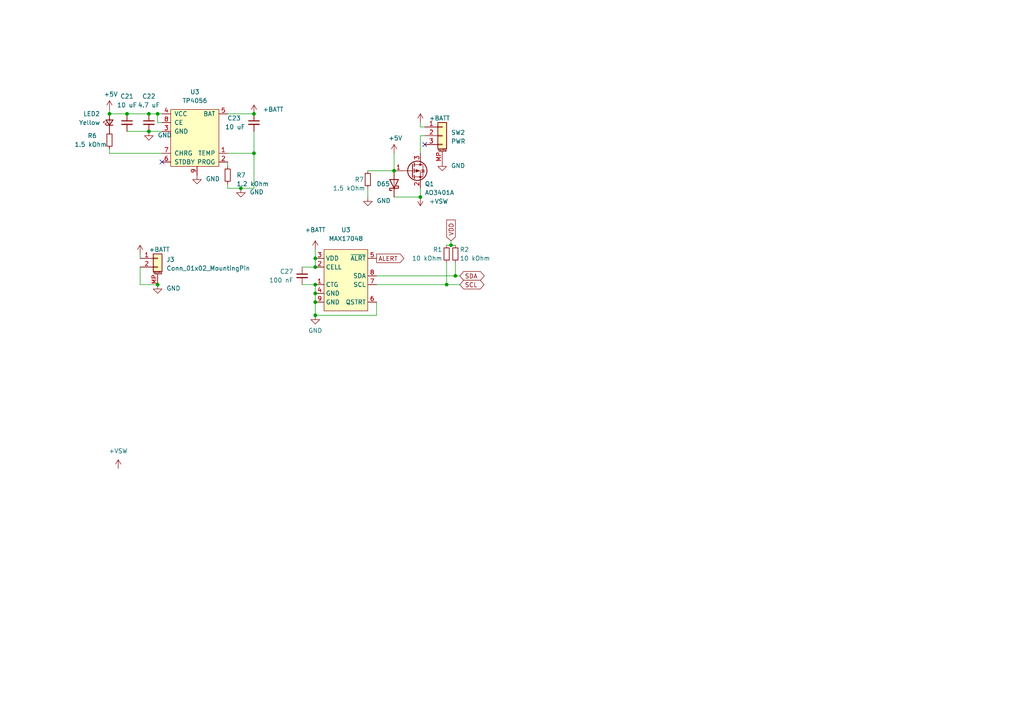
<source format=kicad_sch>
(kicad_sch (version 20230121) (generator eeschema)
  (paper "A4")
  (lib_symbols
    (symbol "Connector_Generic_MountingPin:Conn_01x02_MountingPin" (pin_names (offset 1.016) hide)
      (property "Reference" "J" (at 0 2.54 0))
      (property "Value" "Conn_01x02_MountingPin" (at 1.27 -5.08 0))
      (symbol "Conn_01x02_MountingPin_1_1"
        (rectangle (start -1.27 -2.413) (end 0 -2.667) (stroke (width 0.1524)))
        (rectangle (start -1.27 0.127) (end 0 -0.127) (stroke (width 0.1524)))
        (rectangle (start -1.27 1.27) (end 1.27 -3.81) (stroke (width 0.254)) (fill (type background)))
        (polyline (pts (xy -1.016 -4.572) (xy 1.016 -4.572)) (stroke (width 0.1524)))
        (text "Mounting" (at 0 -4.191 0) (effects (font (size 0.381 0.381))))
        (pin passive line (at -5.08 0 0) (length 3.81) (name "Pin_1") (number "1"))
        (pin passive line (at -5.08 -2.54 0) (length 3.81) (name "Pin_2") (number "2"))
        (pin passive line (at 0 -7.62 90) (length 3.048) (name "MountPin") (number "MP"))
      )
    )
    (symbol "Connector_Generic_MountingPin:Conn_01x03_MountingPin" (pin_names (offset 1.016) hide)
      (property "Reference" "J" (at 0 5.08 0))
      (property "Value" "Conn_01x03_MountingPin" (at 1.27 -5.08 0))
      (symbol "Conn_01x03_MountingPin_1_1"
        (rectangle (start -1.27 -2.413) (end 0 -2.667) (stroke (width 0.1524)))
        (rectangle (start -1.27 0.127) (end 0 -0.127) (stroke (width 0.1524)))
        (rectangle (start -1.27 2.667) (end 0 2.413) (stroke (width 0.1524)))
        (rectangle (start -1.27 3.81) (end 1.27 -3.81) (stroke (width 0.254)) (fill (type background)))
        (polyline (pts (xy -1.016 -4.572) (xy 1.016 -4.572)) (stroke (width 0.1524)))
        (text "Mounting" (at 0 -4.191 0) (effects (font (size 0.381 0.381))))
        (pin passive line (at -5.08 2.54 0) (length 3.81) (name "Pin_1") (number "1"))
        (pin passive line (at -5.08 0 0) (length 3.81) (name "Pin_2") (number "2"))
        (pin passive line (at -5.08 -2.54 0) (length 3.81) (name "Pin_3") (number "3"))
        (pin passive line (at 0 -7.62 90) (length 3.048) (name "MountPin") (number "MP"))
      )
    )
    (symbol "Device:C_Small" (pin_numbers hide) (pin_names (offset 0.254) hide)
      (property "Reference" "C" (at 0.254 1.778 0))
      (property "Value" "C_Small" (at 0.254 -2.032 0))
      (symbol "C_Small_0_1"
        (polyline (pts (xy -1.524 -0.508) (xy 1.524 -0.508)) (stroke (width 0.3302)))
        (polyline (pts (xy -1.524 0.508) (xy 1.524 0.508)) (stroke (width 0.3048)))
      )
      (symbol "C_Small_1_1"
        (pin passive line (at 0 2.54 270) (length 2.032) (name "~") (number "1"))
        (pin passive line (at 0 -2.54 90) (length 2.032) (name "~") (number "2"))
      )
    )
    (symbol "Device:D_Schottky" (pin_numbers hide) (pin_names (offset 1.016) hide)
      (property "Reference" "D" (at 0 2.54 0))
      (property "Value" "D_Schottky" (at 0 -2.54 0))
      (symbol "D_Schottky_0_1"
        (polyline (pts (xy 1.27 0) (xy -1.27 0)))
        (polyline (pts (xy 1.27 1.27) (xy 1.27 -1.27) (xy -1.27 0) (xy 1.27 1.27)) (stroke (width 0.254)))
        (polyline (pts (xy -1.905 0.635) (xy -1.905 1.27) (xy -1.27 1.27) (xy -1.27 -1.27) (xy -0.635 -1.27) (xy -0.635 -0.635)) (stroke (width 0.254)))
      )
      (symbol "D_Schottky_1_1"
        (pin passive line (at -3.81 0 0) (length 2.54) (name "K") (number "1"))
        (pin passive line (at 3.81 0 180) (length 2.54) (name "A") (number "2"))
      )
    )
    (symbol "Device:LED_Small" (pin_numbers hide) (pin_names (offset 0.254) hide)
      (property "Reference" "D" (at -1.27 3.175 0))
      (property "Value" "LED_Small" (at -4.445 -2.54 0))
      (symbol "LED_Small_0_1"
        (polyline (pts (xy -0.762 -1.016) (xy -0.762 1.016)) (stroke (width 0.254)))
        (polyline (pts (xy 1.016 0) (xy -0.762 0)))
        (polyline (pts (xy 0.762 -1.016) (xy -0.762 0) (xy 0.762 1.016) (xy 0.762 -1.016)) (stroke (width 0.254)))
        (polyline (pts (xy 0 0.762) (xy -0.508 1.27) (xy -0.254 1.27) (xy -0.508 1.27) (xy -0.508 1.016)))
        (polyline (pts (xy 0.508 1.27) (xy 0 1.778) (xy 0.254 1.778) (xy 0 1.778) (xy 0 1.524)))
      )
      (symbol "LED_Small_1_1"
        (pin passive line (at -2.54 0 0) (length 1.778) (name "K") (number "1"))
        (pin passive line (at 2.54 0 180) (length 1.778) (name "A") (number "2"))
      )
    )
    (symbol "Device:R_Small" (pin_numbers hide) (pin_names (offset 0.254) hide)
      (property "Reference" "R" (at 0.762 0.508 0))
      (property "Value" "R_Small" (at 0.762 -1.016 0))
      (symbol "R_Small_0_1"
        (rectangle (start -0.762 1.778) (end 0.762 -1.778) (stroke (width 0.2032)))
      )
      (symbol "R_Small_1_1"
        (pin passive line (at 0 2.54 270) (length 0.762) (name "~") (number "1"))
        (pin passive line (at 0 -2.54 90) (length 0.762) (name "~") (number "2"))
      )
    )
    (symbol "Transistor_FET:AO3401A" (pin_names hide)
      (property "Reference" "Q" (at 5.08 1.905 0))
      (property "Value" "AO3401A" (at 5.08 0 0))
      (symbol "AO3401A_0_1"
        (polyline (pts (xy 0.254 0) (xy -2.54 0)))
        (polyline (pts (xy 0.254 1.905) (xy 0.254 -1.905)) (stroke (width 0.254)))
        (polyline (pts (xy 0.762 -1.27) (xy 0.762 -2.286)) (stroke (width 0.254)))
        (polyline (pts (xy 0.762 0.508) (xy 0.762 -0.508)) (stroke (width 0.254)))
        (polyline (pts (xy 0.762 2.286) (xy 0.762 1.27)) (stroke (width 0.254)))
        (polyline (pts (xy 2.54 2.54) (xy 2.54 1.778)))
        (polyline (pts (xy 2.54 -2.54) (xy 2.54 0) (xy 0.762 0)))
        (polyline (pts (xy 0.762 1.778) (xy 3.302 1.778) (xy 3.302 -1.778) (xy 0.762 -1.778)))
        (polyline (pts (xy 2.286 0) (xy 1.27 0.381) (xy 1.27 -0.381) (xy 2.286 0)) (fill (type outline)))
        (polyline (pts (xy 2.794 -0.508) (xy 2.921 -0.381) (xy 3.683 -0.381) (xy 3.81 -0.254)))
        (polyline (pts (xy 3.302 -0.381) (xy 2.921 0.254) (xy 3.683 0.254) (xy 3.302 -0.381)))
        (circle (center 1.651 0) (radius 2.794) (stroke (width 0.254)))
        (circle (center 2.54 -1.778) (radius 0.254) (fill (type outline)))
        (circle (center 2.54 1.778) (radius 0.254) (fill (type outline)))
      )
      (symbol "AO3401A_1_1"
        (pin input line (at -5.08 0 0) (length 2.54) (name "G") (number "1"))
        (pin passive line (at 2.54 -5.08 90) (length 2.54) (name "S") (number "2"))
        (pin passive line (at 2.54 5.08 270) (length 2.54) (name "D") (number "3"))
      )
    )
    (symbol "marbastlib-various:MAX17048"
      (property "Reference" "U" (at 0 10.16 0))
      (property "Value" "MAX17048" (at 0 -10.16 0))
      (symbol "MAX17048_0_0"
        (pin power_in line (at -8.89 -1.27 0) (length 2.54) (name "CTG") (number "1"))
        (pin power_in line (at -8.89 3.81 0) (length 2.54) (name "CELL") (number "2"))
        (pin power_in line (at -8.89 6.35 0) (length 2.54) (name "VDD") (number "3"))
        (pin power_in line (at -8.89 -3.81 0) (length 2.54) (name "GND") (number "4"))
        (pin open_collector line (at 8.89 6.35 180) (length 2.54) (name "~{ALRT}") (number "5"))
        (pin input line (at 8.89 -6.35 180) (length 2.54) (name "QSTRT") (number "6"))
        (pin bidirectional line (at 8.89 -1.27 180) (length 2.54) (name "SCL") (number "7"))
        (pin bidirectional line (at 8.89 1.27 180) (length 2.54) (name "SDA") (number "8"))
        (pin power_in line (at -8.89 -6.35 0) (length 2.54) (name "GND") (number "9"))
      )
      (symbol "MAX17048_0_1"
        (rectangle (start -6.35 8.89) (end 6.35 -8.89) (stroke (width 0.1524)) (fill (type background)))
      )
    )
    (symbol "marbastlib-various:TP4056" (pin_names (offset 1.016))
      (property "Reference" "U3" (at -0.635 12.7 0))
      (property "Value" "TP4056" (at -0.635 10.16 0))
      (symbol "TP4056_0_1"
        (rectangle (start -7.62 7.62) (end 6.35 -8.89) (fill (type background)))
      )
      (symbol "TP4056_1_1"
        (pin input line (at 8.89 -5.08 180) (length 2.54) (name "TEMP") (number "1"))
        (pin input line (at 8.89 -7.62 180) (length 2.54) (name "PROG") (number "2"))
        (pin power_in line (at -10.16 1.27 0) (length 2.54) (name "GND") (number "3"))
        (pin power_in line (at -10.16 6.35 0) (length 2.54) (name "VCC") (number "4"))
        (pin power_out line (at 8.89 6.35 180) (length 2.54) (name "BAT") (number "5"))
        (pin output line (at -10.16 -7.62 0) (length 2.54) (name "STDBY") (number "6"))
        (pin output line (at -10.16 -5.08 0) (length 2.54) (name "CHRG") (number "7"))
        (pin input line (at -10.16 3.81 0) (length 2.54) (name "CE") (number "8"))
        (pin passive line (at 0 -11.43 90) (length 2.54) (name "") (number "9"))
      )
    )
    (symbol "power:+5V" (power) (pin_names (offset 0))
      (property "Value" "+5V" (at 0 3.556 0))
      (symbol "+5V_0_1"
        (polyline (pts (xy -0.762 1.27) (xy 0 2.54)))
        (polyline (pts (xy 0 0) (xy 0 2.54)))
        (polyline (pts (xy 0 2.54) (xy 0.762 1.27)))
      )
      (symbol "+5V_1_1"
        (pin power_in line (at 0 0 90) (length 0) hide (name "+5V") (number "1"))
      )
    )
    (symbol "power:+BATT" (power) (pin_names (offset 0))
      (property "Value" "+BATT" (at 0 3.556 0))
      (symbol "+BATT_0_1"
        (polyline (pts (xy -0.762 1.27) (xy 0 2.54)))
        (polyline (pts (xy 0 0) (xy 0 2.54)))
        (polyline (pts (xy 0 2.54) (xy 0.762 1.27)))
      )
      (symbol "+BATT_1_1"
        (pin power_in line (at 0 0 90) (length 0) hide (name "+BATT") (number "1"))
      )
    )
    (symbol "power:+VSW" (power) (pin_names (offset 0))
      (property "Value" "+VSW" (at 0 3.556 0))
      (symbol "+VSW_0_1"
        (polyline (pts (xy -0.762 1.27) (xy 0 2.54)))
        (polyline (pts (xy 0 0) (xy 0 2.54)))
        (polyline (pts (xy 0 2.54) (xy 0.762 1.27)))
      )
      (symbol "+VSW_1_1"
        (pin power_in line (at 0 0 90) (length 0) hide (name "+VSW") (number "1"))
      )
    )
    (symbol "power:GND" (power) (pin_names (offset 0))
      (property "Value" "GND" (at 0 -3.81 0))
      (symbol "GND_0_1"
        (polyline (pts (xy 0 0) (xy 0 -1.27) (xy 1.27 -1.27) (xy 0 -2.54) (xy -1.27 -1.27) (xy 0 -1.27)))
      )
      (symbol "GND_1_1"
        (pin power_in line (at 0 0 270) (length 0) hide (name "GND") (number "1"))
      )
    )
  )
  (junction (at 129.54 82.55))
  (junction (at 114.3 49.53))
  (junction (at 45.72 82.55))
  (junction (at 91.44 74.93))
  (junction (at 73.66 44.45))
  (junction (at 69.85 54.61))
  (junction (at 91.44 77.47))
  (junction (at 121.92 57.15))
  (junction (at 91.44 82.55))
  (junction (at 91.44 91.44))
  (junction (at 91.44 87.63))
  (junction (at 132.08 80.01))
  (junction (at 36.83 33.02))
  (junction (at 73.66 33.02))
  (junction (at 130.81 71.12))
  (junction (at 45.72 33.02))
  (junction (at 91.44 85.09))
  (junction (at 31.75 33.02))
  (junction (at 43.18 38.1))
  (junction (at 43.18 33.02))
  (no_connect (at 46.99 46.99))
  (no_connect (at 123.19 41.91))
  (wire (pts (xy 91.44 87.63) (xy 91.44 91.44)))
  (wire (pts (xy 31.75 44.45) (xy 31.75 43.18)))
  (wire (pts (xy 43.18 38.1) (xy 46.99 38.1)))
  (wire (pts (xy 66.04 54.61) (xy 69.85 54.61)))
  (wire (pts (xy 45.72 33.02) (xy 46.99 33.02)))
  (wire (pts (xy 114.3 49.53) (xy 106.68 49.53)))
  (wire (pts (xy 129.54 82.55) (xy 133.35 82.55)))
  (wire (pts (xy 31.75 33.02) (xy 36.83 33.02)))
  (wire (pts (xy 43.18 33.02) (xy 45.72 33.02)))
  (wire (pts (xy 87.63 77.47) (xy 91.44 77.47)))
  (wire (pts (xy 130.81 69.85) (xy 130.81 71.12)))
  (wire (pts (xy 106.68 54.61) (xy 106.68 57.15)))
  (wire (pts (xy 121.92 39.37) (xy 121.92 44.45)))
  (wire (pts (xy 69.85 54.61) (xy 73.66 54.61)))
  (wire (pts (xy 109.22 87.63) (xy 109.22 91.44)))
  (wire (pts (xy 66.04 33.02) (xy 73.66 33.02)))
  (wire (pts (xy 123.19 36.83) (xy 121.92 36.83)))
  (wire (pts (xy 123.19 39.37) (xy 121.92 39.37)))
  (wire (pts (xy 87.63 82.55) (xy 91.44 82.55)))
  (wire (pts (xy 40.64 77.47) (xy 40.64 82.55)))
  (wire (pts (xy 91.44 85.09) (xy 91.44 87.63)))
  (wire (pts (xy 66.04 54.61) (xy 66.04 53.34)))
  (wire (pts (xy 109.22 82.55) (xy 129.54 82.55)))
  (wire (pts (xy 132.08 76.2) (xy 132.08 80.01)))
  (wire (pts (xy 91.44 82.55) (xy 91.44 85.09)))
  (wire (pts (xy 121.92 54.61) (xy 121.92 57.15)))
  (wire (pts (xy 66.04 46.99) (xy 66.04 48.26)))
  (wire (pts (xy 130.81 71.12) (xy 132.08 71.12)))
  (wire (pts (xy 73.66 38.1) (xy 73.66 44.45)))
  (wire (pts (xy 91.44 72.39) (xy 91.44 74.93)))
  (wire (pts (xy 129.54 71.12) (xy 130.81 71.12)))
  (wire (pts (xy 46.99 44.45) (xy 31.75 44.45)))
  (wire (pts (xy 132.08 80.01) (xy 133.35 80.01)))
  (wire (pts (xy 36.83 38.1) (xy 43.18 38.1)))
  (wire (pts (xy 129.54 76.2) (xy 129.54 82.55)))
  (wire (pts (xy 91.44 74.93) (xy 91.44 77.47)))
  (wire (pts (xy 73.66 44.45) (xy 66.04 44.45)))
  (wire (pts (xy 31.75 31.75) (xy 31.75 33.02)))
  (wire (pts (xy 109.22 80.01) (xy 132.08 80.01)))
  (wire (pts (xy 121.92 57.15) (xy 114.3 57.15)))
  (wire (pts (xy 121.92 36.83) (xy 121.92 35.56)))
  (wire (pts (xy 109.22 91.44) (xy 91.44 91.44)))
  (wire (pts (xy 114.3 44.45) (xy 114.3 49.53)))
  (wire (pts (xy 36.83 33.02) (xy 43.18 33.02)))
  (wire (pts (xy 40.64 73.66) (xy 40.64 74.93)))
  (wire (pts (xy 45.72 33.02) (xy 45.72 35.56)))
  (wire (pts (xy 45.72 35.56) (xy 46.99 35.56)))
  (wire (pts (xy 40.64 82.55) (xy 45.72 82.55)))
  (wire (pts (xy 73.66 44.45) (xy 73.66 54.61)))
  (global_label "SDA" (shape bidirectional) (at 133.35 80.01 0) (property "Intersheetrefs" "${INTERSHEET_REFS}" (effects hide)))
  (global_label "ALERT" (shape output) (at 109.22 74.93 0) (property "Intersheetrefs" "${INTERSHEET_REFS}" (effects hide)))
  (global_label "SCL" (shape bidirectional) (at 133.35 82.55 0) (property "Intersheetrefs" "${INTERSHEET_REFS}" (effects hide)))
  (global_label "VDD" (shape input) (at 130.81 69.85 90) (property "Intersheetrefs" "${INTERSHEET_REFS}" (effects hide)))
  (symbol (lib_id "Device:R_Small") (at 132.08 73.66 0) (unit 1)
    (property "Reference" "R2" (at 133.35 72.3899 0) (effects (justify left)))
    (property "Value" "10 kOhm" (at 133.35 74.93 0) (effects (justify left)))
    (property "Footprint" "Resistor_SMD:R_0402_1005Metric" (effects hide))
    (property "LCSC" "C25744" (effects hide))
    (instances (project "osprey_rev_a" (path "" (reference "R2") (unit 1))) (project "Hotp4ck60" (path "" (reference "R12") (unit 1)) (path "" (reference "R8") (unit 1))) (project "designguide-schematic" (path "" (reference "R9") (unit 1))))
  )
  (symbol (lib_id "power:GND") (at 128.27 46.99 0) (unit 1)
    (property "Reference" "#PWR027" (effects hide))
    (property "Value" "GND" (at 130.81 48.0694 0) (effects (justify left)))
    (instances (project "osprey_rev_a" (path "" (reference "#PWR027") (unit 1))) (project "Hotp4ck60" (path "" (reference "#PWR023") (unit 1)) (path "" (reference "#PWR031") (unit 1))) (project "designguide-schematic" (path "" (reference "#PWR023") (unit 1))))
  )
  (symbol (lib_id "Transistor_FET:AO3401A") (at 119.38 49.53 0) (unit 1)
    (property "Reference" "Q1" (at 123.19 53.34 0) (effects (justify left)))
    (property "Value" "AO3401A" (at 123.19 55.88 0) (effects (justify left)))
    (property "Footprint" "Package_TO_SOT_SMD:SOT-23" (effects hide))
    (property "Datasheet" "http://www.aosmd.com/pdfs/datasheet/AO3401A.pdf" (effects hide))
  )
  (symbol (lib_id "power:GND") (at 57.15 50.8 0) (unit 1)
    (property "Reference" "#PWR027" (effects hide))
    (property "Value" "GND" (at 59.69 51.8794 0) (effects (justify left)))
    (instances (project "osprey_rev_a" (path "" (reference "#PWR027") (unit 1))) (project "Hotp4ck60" (path "" (reference "#PWR023") (unit 1)) (path "" (reference "#PWR034") (unit 1))) (project "designguide-schematic" (path "" (reference "#PWR023") (unit 1))))
  )
  (symbol (lib_id "Device:C_Small") (at 36.83 35.56 0) (unit 1)
    (property "Reference" "C21" (at 36.83 27.94 0))
    (property "Value" "10 uF" (at 36.83 30.48 0))
    (property "Footprint" "Capacitor_SMD:C_0805_2012Metric" (effects hide))
    (instances (project "Hotp4ck60" (path "" (reference "C21") (unit 1))) (project "designguide-schematic" (path "" (reference "C2") (unit 1))))
  )
  (symbol (lib_id "marbastlib-various:TP4056") (at 57.15 39.37 0) (unit 1)
    (property "Reference" "U3" (at 56.515 26.67 0))
    (property "Value" "TP4056" (at 56.515 29.21 0))
    (property "Footprint" "Package_SO:SOIC-8-1EP_3.9x4.9mm_P1.27mm_EP2.29x3mm" (effects hide))
    (property "Datasheet" "https://datasheet.lcsc.com/szlcsc/1906261508_Nanjing-Extension-Microelectronics-TP4056-42-ESOP8_C16581.pdf" (effects hide))
    (property "LCSC" "C16581" (effects hide))
  )
  (symbol (lib_id "Device:R_Small") (at 106.68 52.07 0) (unit 1)
    (property "Reference" "R7" (at 102.87 52.07 0) (effects (justify left)))
    (property "Value" "1.5 kOhm" (at 96.52 54.61 0) (effects (justify left)))
    (property "Footprint" "Resistor_SMD:R_0402_1005Metric" (effects hide))
    (property "LCSC" "C25867" (effects hide))
    (instances (project "osprey_rev_a" (path "" (reference "R7") (unit 1))) (project "Hotp4ck60" (path "" (reference "R4") (unit 1)) (path "" (reference "R6") (unit 1))) (project "designguide-schematic" (path "" (reference "R6") (unit 1))))
  )
  (symbol (lib_id "power:+BATT") (at 91.44 72.39 0) (unit 1)
    (property "Reference" "#PWR025" (effects hide))
    (property "Value" "+BATT" (at 91.44 66.675 0))
    (instances (project "osprey_rev_a" (path "" (reference "#PWR025") (unit 1))) (project "Hotp4ck60" (path "" (reference "#PWR026") (unit 1)) (path "" (reference "#PWR026") (unit 1))) (project "designguide-schematic" (path "" (reference "#PWR027") (unit 1))))
  )
  (symbol (lib_id "Device:R_Small") (at 66.04 50.8 0) (unit 1)
    (property "Reference" "R7" (at 68.58 50.8 0) (effects (justify left)))
    (property "Value" "1.2 kOhm" (at 68.58 53.34 0) (effects (justify left)))
    (property "Footprint" "Resistor_SMD:R_0402_1005Metric" (effects hide))
    (property "LCSC" "C25867" (effects hide))
    (instances (project "osprey_rev_a" (path "" (reference "R7") (unit 1))) (project "Hotp4ck60" (path "" (reference "R4") (unit 1)) (path "" (reference "R4") (unit 1))) (project "designguide-schematic" (path "" (reference "R6") (unit 1))))
  )
  (symbol (lib_id "Device:C_Small") (at 87.63 80.01 0) (unit 1)
    (property "Reference" "C27" (at 85.09 78.7462 0) (effects (justify right)))
    (property "Value" "100 nF" (at 85.09 81.2862 0) (effects (justify right)))
    (property "Footprint" "Capacitor_SMD:C_0402_1005Metric" (effects hide))
    (instances (project "osprey_rev_a" (path "" (reference "C27") (unit 1))) (project "Hotp4ck60" (path "" (reference "C27") (unit 1)) (path "" (reference "C27") (unit 1))) (project "designguide-schematic" (path "" (reference "C23") (unit 1))))
  )
  (symbol (lib_id "marbastlib-various:MAX17048") (at 100.33 81.28 0) (unit 1)
    (property "Reference" "U3" (at 100.33 66.675 0))
    (property "Value" "MAX17048" (at 100.33 69.215 0))
    (property "Footprint" "Package_DFN_QFN:DFN-8-1EP_2x2mm_P0.5mm_EP0.7x1.3mm" (effects hide))
    (property "Datasheet" "https://datasheets.maximintegrated.com/en/ds/MAX17048-MAX17049.pdf" (effects hide))
    (instances (project "osprey_rev_a" (path "" (reference "U3") (unit 1))) (project "Hotp4ck60" (path "" (reference "U4") (unit 1)) (path "" (reference "U4") (unit 1))) (project "designguide-schematic" (path "" (reference "U3") (unit 1))))
  )
  (symbol (lib_id "power:+VSW") (at 121.92 57.15 180) (unit 1)
    (property "Reference" "#PWR021" (effects hide))
    (property "Value" "+VSW" (at 124.46 58.4199 0) (effects (justify right)))
    (instances (project "Hotp4ck60" (path "" (reference "#PWR021") (unit 1))) (project "designguide-schematic" (path "" (reference "#PWR020") (unit 1))))
  )
  (symbol (lib_id "Connector_Generic_MountingPin:Conn_01x03_MountingPin") (at 128.27 39.37 0) (unit 1)
    (property "Reference" "SW2" (at 130.81 38.4556 0) (effects (justify left)))
    (property "Value" "PWR" (at 130.81 40.9956 0) (effects (justify left)))
    (property "Footprint" "marbastlib-various:SW_MSK12C02-HB" (effects hide))
  )
  (symbol (lib_id "power:GND") (at 69.85 54.61 0) (unit 1)
    (property "Reference" "#PWR027" (effects hide))
    (property "Value" "GND" (at 72.39 55.6894 0) (effects (justify left)))
    (instances (project "osprey_rev_a" (path "" (reference "#PWR027") (unit 1))) (project "Hotp4ck60" (path "" (reference "#PWR023") (unit 1)) (path "" (reference "#PWR017") (unit 1))) (project "designguide-schematic" (path "" (reference "#PWR023") (unit 1))))
  )
  (symbol (lib_id "Device:R_Small") (at 129.54 73.66 0) (unit 1)
    (property "Reference" "R1" (at 128.27 72.3899 0) (effects (justify right)))
    (property "Value" "10 kOhm" (at 128.27 74.93 0) (effects (justify right)))
    (property "Footprint" "Resistor_SMD:R_0402_1005Metric" (effects hide))
    (property "LCSC" "C25744" (effects hide))
    (instances (project "osprey_rev_a" (path "" (reference "R1") (unit 1))) (project "Hotp4ck60" (path "" (reference "R8") (unit 1)) (path "" (reference "R7") (unit 1))) (project "designguide-schematic" (path "" (reference "R8") (unit 1))))
  )
  (symbol (lib_id "power:GND") (at 106.68 57.15 0) (unit 1)
    (property "Reference" "#PWR027" (effects hide))
    (property "Value" "GND" (at 109.22 58.2294 0) (effects (justify left)))
    (instances (project "osprey_rev_a" (path "" (reference "#PWR027") (unit 1))) (project "Hotp4ck60" (path "" (reference "#PWR023") (unit 1)) (path "" (reference "#PWR022") (unit 1))) (project "designguide-schematic" (path "" (reference "#PWR023") (unit 1))))
  )
  (symbol (lib_id "Device:C_Small") (at 73.66 35.56 0) (unit 1)
    (property "Reference" "C23" (at 69.85 34.29 0) (effects (justify right)))
    (property "Value" "10 uF" (at 71.12 36.83 0) (effects (justify right)))
    (property "Footprint" "Capacitor_SMD:C_0805_2012Metric" (effects hide))
    (instances (project "Hotp4ck60" (path "" (reference "C23") (unit 1))) (project "designguide-schematic" (path "" (reference "C2") (unit 1))))
  )
  (symbol (lib_id "Device:R_Small") (at 31.75 40.64 0) (unit 1)
    (property "Reference" "R6" (at 25.4 39.37 0) (effects (justify left)))
    (property "Value" "1.5 kOhm" (at 21.59 41.91 0) (effects (justify left)))
    (property "Footprint" "Resistor_SMD:R_0402_1005Metric" (effects hide))
    (property "LCSC" "C25792" (effects hide))
    (instances (project "osprey_rev_a" (path "" (reference "R6") (unit 1))) (project "Hotp4ck60" (path "" (reference "R3") (unit 1)) (path "" (reference "R3") (unit 1))) (project "designguide-schematic" (path "" (reference "R5") (unit 1))))
  )
  (symbol (lib_id "Device:C_Small") (at 43.18 35.56 0) (unit 1)
    (property "Reference" "C22" (at 43.18 27.94 0))
    (property "Value" "4.7 uF" (at 43.18 30.48 0))
    (property "Footprint" "Capacitor_SMD:C_0402_1005Metric" (effects hide))
    (property "LCSC" "C52923" (effects hide))
    (property "Notes" "X7R, 10%" (effects hide))
    (instances (project "osprey_rev_a" (path "" (reference "C22") (unit 1))) (project "Hotp4ck60" (path "" (reference "C22") (unit 1)) (path "" (reference "C22") (unit 1))) (project "designguide-schematic" (path "" (reference "C24") (unit 1))))
  )
  (symbol (lib_id "power:+VSW") (at 34.29 135.89 0) (unit 1)
    (property "Reference" "#PWR019" (effects hide))
    (property "Value" "+VSW" (at 34.29 130.81 0))
    (instances (project "osprey_rev_a" (path "" (reference "#PWR019") (unit 1))) (project "Hotp4ck60" (path "" (reference "#PWR020") (unit 1)) (path "" (reference "#PWR020") (unit 1))) (project "designguide-schematic" (path "" (reference "#PWR026") (unit 1))))
  )
  (symbol (lib_id "power:GND") (at 45.72 82.55 0) (unit 1)
    (property "Reference" "#PWR027" (effects hide))
    (property "Value" "GND" (at 48.26 83.6294 0) (effects (justify left)))
    (instances (project "osprey_rev_a" (path "" (reference "#PWR027") (unit 1))) (project "Hotp4ck60" (path "" (reference "#PWR023") (unit 1)) (path "" (reference "#PWR033") (unit 1))) (project "designguide-schematic" (path "" (reference "#PWR023") (unit 1))))
  )
  (symbol (lib_id "Device:D_Schottky") (at 114.3 53.34 90) (unit 1)
    (property "Reference" "D65" (at 109.22 53.34 90) (effects (justify right)))
    (property "Value" "D_Schottky" (effects hide))
    (property "Footprint" "Diode_SMD:D_SOD-123" (effects hide))
  )
  (symbol (lib_id "power:+BATT") (at 40.64 73.66 0) (unit 1)
    (property "Reference" "#PWR024" (effects hide))
    (property "Value" "+BATT" (at 43.18 72.3899 0) (effects (justify left)))
    (instances (project "osprey_rev_a" (path "" (reference "#PWR024") (unit 1))) (project "Hotp4ck60" (path "" (reference "#PWR024") (unit 1)) (path "" (reference "#PWR023") (unit 1))) (project "designguide-schematic" (path "" (reference "#PWR024") (unit 1))))
  )
  (symbol (lib_id "power:+BATT") (at 121.92 35.56 0) (unit 1)
    (property "Reference" "#PWR024" (effects hide))
    (property "Value" "+BATT" (at 124.46 34.2899 0) (effects (justify left)))
    (instances (project "osprey_rev_a" (path "" (reference "#PWR024") (unit 1))) (project "Hotp4ck60" (path "" (reference "#PWR024") (unit 1)) (path "" (reference "#PWR018") (unit 1))) (project "designguide-schematic" (path "" (reference "#PWR024") (unit 1))))
  )
  (symbol (lib_id "power:+BATT") (at 73.66 33.02 0) (unit 1)
    (property "Reference" "#PWR024" (effects hide))
    (property "Value" "+BATT" (at 76.2 31.7499 0) (effects (justify left)))
  )
  (symbol (lib_id "Connector_Generic_MountingPin:Conn_01x02_MountingPin") (at 45.72 74.93 0) (unit 1)
    (property "Reference" "J3" (at 48.26 75.2856 0) (effects (justify left)))
    (property "Value" "Conn_01x02_MountingPin" (at 48.26 77.8256 0) (effects (justify left)))
    (property "Footprint" "Connector_Molex:Molex_PicoBlade_53261-0271_1x02-1MP_P1.25mm_Horizontal" (effects hide))
    (instances (project "Hotp4ck60" (path "" (reference "J3") (unit 1)) (path "" (reference "J2") (unit 1))) (project "designguide-schematic" (path "" (reference "J3") (unit 1))))
  )
  (symbol (lib_id "power:GND") (at 43.18 38.1 0) (unit 1)
    (property "Reference" "#PWR027" (effects hide))
    (property "Value" "GND" (at 45.72 39.1794 0) (effects (justify left)))
    (instances (project "osprey_rev_a" (path "" (reference "#PWR027") (unit 1))) (project "Hotp4ck60" (path "" (reference "#PWR023") (unit 1)) (path "" (reference "#PWR016") (unit 1))) (project "designguide-schematic" (path "" (reference "#PWR023") (unit 1))))
  )
  (symbol (lib_id "power:+5V") (at 31.75 31.75 0) (unit 1)
    (property "Reference" "#PWR018" (effects hide))
    (property "Value" "+5V" (at 32.131 27.3558 0))
    (instances (project "osprey_rev_a" (path "" (reference "#PWR018") (unit 1))) (project "Hotp4ck60" (path "" (reference "#PWR016") (unit 1)) (path "" (reference "#PWR032") (unit 1))) (project "designguide-schematic" (path "" (reference "#PWR019") (unit 1))))
  )
  (symbol (lib_id "Device:LED_Small") (at 31.75 35.56 90) (unit 1)
    (property "Reference" "LED2" (at 24.13 33.02 90) (effects (justify right)))
    (property "Value" "Yellow" (at 22.86 35.56 90) (effects (justify right)))
    (property "Footprint" "LED_SMD:LED_0603_1608Metric" (effects hide))
    (property "LCSC" "C72038" (effects hide))
  )
  (symbol (lib_id "power:+5V") (at 114.3 44.45 0) (unit 1)
    (property "Reference" "#PWR018" (effects hide))
    (property "Value" "+5V" (at 114.681 40.0558 0))
    (instances (project "osprey_rev_a" (path "" (reference "#PWR018") (unit 1))) (project "Hotp4ck60" (path "" (reference "#PWR016") (unit 1)) (path "" (reference "#PWR019") (unit 1))) (project "designguide-schematic" (path "" (reference "#PWR019") (unit 1))))
  )
  (symbol (lib_id "power:GND") (at 91.44 91.44 0) (unit 1)
    (property "Reference" "#PWR028" (effects hide))
    (property "Value" "GND" (at 91.44 95.885 0))
    (instances (project "osprey_rev_a" (path "" (reference "#PWR028") (unit 1))) (project "Hotp4ck60" (path "" (reference "#PWR027") (unit 1)) (path "" (reference "#PWR027") (unit 1))) (project "designguide-schematic" (path "" (reference "#PWR028") (unit 1))))
  )
)
</source>
